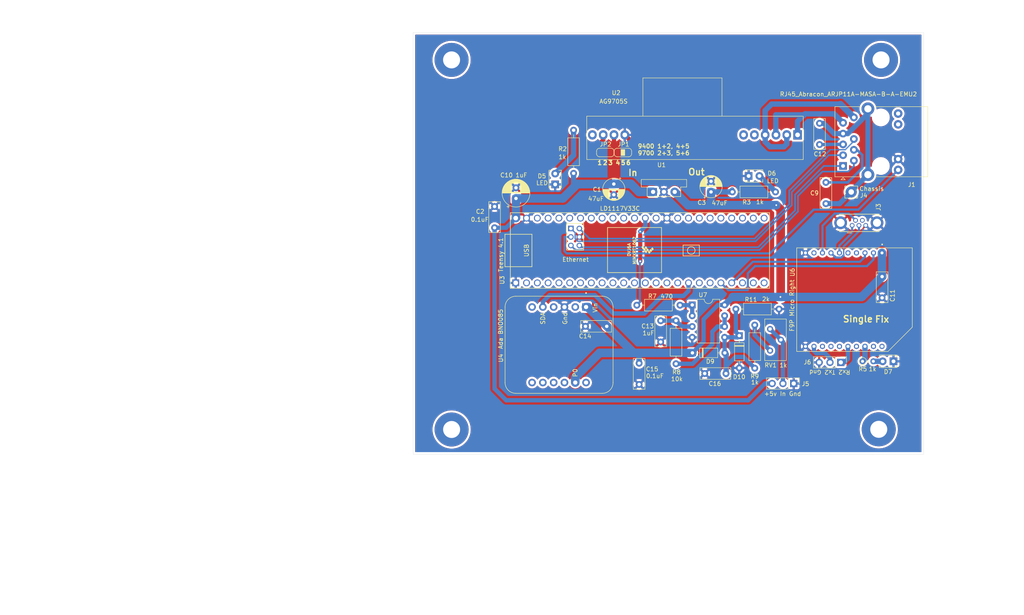
<source format=kicad_pcb>
(kicad_pcb (version 20211014) (generator pcbnew)
  (layers (0 "F.Cu" signal) (31 "B.Cu" signal) (37 "F.SilkS" user "F.Silkscreen") (44 "Edge.Cuts" user))
  (net 0 "")
  (net 1 "GND")
  (net 2 "+5V")
  (net 3 "Earth")
  (net 4 "Net-(J3-Pad1)")
  (net 5 "Net-(J3-Pad2)")
  (net 6 "Net-(J3-Pad3)")
  (net 25 "Net-(U3-Pad20)")
  (net 46 "Net-(U3-Pad21)")
  (net 54 "Net-(C9-Pad2)")
  (net 55 "+3.3V")
  (net 56 "Net-(D5-Pad2)")
  (net 57 "Net-(D6-Pad2)")
  (net 58 "Net-(C13-Pad1)")
  (net 59 "Net-(R5-Pad1)")
  (net 63 "Net-(U3-Pad17)")
  (net 65 "Net-(C16-Pad2)")
  (net 66 "/T+")
  (net 67 "/T-")
  (net 69 "/R+")
  (net 70 "/R-")
  (net 71 "/LED")
  (net 72 "Net-(D7-Pad2)")
  (net 73 "Net-(R8-Pad1)")
  (net 74 "Net-(R7-Pad1)")
  (net 75 "Net-(R9-Pad1)")
  (net 76 "Net-(J5-Pad2)")
  (net 77 "Net-(R7-Pad2)")
  (net 78 "Net-(J6-Pad1)")
  (net 79 "Net-(J6-Pad2)")
  (net 80 "WorkSw")
  (net 81 "SteerSw")
  (net 84 "Net-(C12-Pad2)")
  (net 85 "Net-(J1-Pad9)")
  (net 86 "Net-(J1-Pad10)")
  (net 95 "Net-(JP1-Pad1)")
  (net 97 "Net-(JP1-Pad3)")
  (net 98 "Net-(JP2-Pad3)")
  (footprint "Jumper:SolderJumper-3_P1.3mm_Open_RoundedPad1.0x1.5mm_NumberLabels" (layer "F.Cu") (at 149.7612 76.8386 180)
    (fp_text reference "JP1")
    (fp_text value "JP")
  )
  (footprint "" (layer "F.Cu") (at 210.4712 55.0386)
    (fp_text reference "")
    (fp_text value "")
  )
  (footprint "Capacitor_THT:C_Disc_D7.0mm_W2.5mm_P5.00mm" (layer "F.Cu") (at 158.643602 116.4336 -90)
    (fp_text reference "C13")
    (fp_text value "1uF")
  )
  (footprint "Resistor_THT:R_Axial_DIN0207_L6.3mm_D2.5mm_P10.16mm_Horizontal" (layer "F.Cu") (at 180.767002 117.4496 -90)
    (fp_text reference "R9")
    (fp_text value "1k")
  )
  (footprint "Capacitor_THT:C_Disc_D7.0mm_W2.5mm_P5.00mm" (layer "F.Cu") (at 197.505602 88.8708 90)
    (fp_text reference "C9")
    (fp_text value "0.1uF")
  )
  (footprint "AA_Foots:Teensy41_BGT" (layer "F.Cu") (at 153.759802 99.9026)
    (fp_text reference "U3")
    (fp_text value "Teensy 4.1")
  )
  (footprint "Converter_DCDC:Converter_DCDC_Murata_OKI-78SR_Vertical" (layer "F.Cu") (at 156.860602 86.105)
    (fp_text reference "U1")
    (fp_text value "LD1117V33C")
  )
  (footprint "Capacitor_THT:C_Disc_D7.0mm_W2.5mm_P5.00mm" (layer "F.Cu") (at 196.007002 69.9662 -90)
    (fp_text reference "C12")
    (fp_text value "0.1uF")
  )
  (footprint "Jumper:SolderJumper-3_P1.3mm_Open_RoundedPad1.0x1.5mm_NumberLabels" (layer "F.Cu") (at 145.6112 76.8386 180)
    (fp_text reference "JP2")
    (fp_text value "JP")
  )
  (footprint "Capacitor_THT:C_Disc_D7.0mm_W2.5mm_P5.00mm" (layer "F.Cu") (at 119.578402 94.5496 90)
    (fp_text reference "C2")
    (fp_text value "0.1uF")
  )
  (footprint "" (layer "F.Cu") (at 109.4712 142.0386)
    (fp_text reference "")
    (fp_text value "")
  )
  (footprint "LED_THT:LED_D2.0mm_W4.0mm_H2.8mm_FlatTop" (layer "F.Cu") (at 213.399002 125.9884 180)
    (fp_text reference "D7")
    (fp_text value "LED")
  )
  (footprint "Capacitor_THT:C_Disc_D7.0mm_W2.5mm_P5.00mm" (layer "F.Cu") (at 210.7212 106.0486 -90)
    (fp_text reference "C11")
    (fp_text value "0.1uF")
  )
  (footprint "Capacitor_THT:C_Disc_D7.0mm_W2.5mm_P5.00mm" (layer "F.Cu") (at 153.5712 126.4386 -90)
    (fp_text reference "C15")
    (fp_text value "0.1uF")
  )
  (footprint "Connector_PinHeader_2.54mm:PinHeader_1x03_P2.54mm_Vertical" (layer "F.Cu") (at 189.936402 131.2164 -90)
    (fp_text reference "J5")
    (fp_text value "+5v In Gnd")
  )
  (footprint "Resistor_THT:R_Axial_DIN0207_L6.3mm_D2.5mm_P10.16mm_Horizontal" (layer "F.Cu") (at 175.4912 86.1186)
    (fp_text reference "R3")
    (fp_text value "1k")
  )
  (footprint "LED_THT:LED_D2.0mm_W4.0mm_H2.8mm_FlatTop" (layer "F.Cu") (at 133.8312 84.3486 90)
    (fp_text reference "D5")
    (fp_text value "LED")
  )
  (footprint "Capacitor_THT:C_Disc_D7.0mm_W2.5mm_P5.00mm" (layer "F.Cu") (at 140.954402 117.7544)
    (fp_text reference "C14")
    (fp_text value "0.1uF")
  )
  (footprint "Potentiometer_THT:Potentiometer_Bourns_3296Y_Vertical" (layer "F.Cu") (at 184.373802 118.3894 90)
    (fp_text reference "RV1")
    (fp_text value "1k")
  )
  (footprint "Capacitor_THT:CP_Radial_D5.0mm_P2.50mm" (layer "F.Cu") (at 147.6212 84.263488 -90)
    (fp_text reference "C1")
    (fp_text value "47uF")
  )
  (footprint "AA_Foots:AG9700S" (layer "F.Cu") (at 154.6612 74.2886 180)
    (fp_text reference "U2")
    (fp_text value "AG9705S")
  )
  (footprint "Capacitor_THT:C_Disc_D7.0mm_W2.5mm_P5.00mm" (layer "F.Cu") (at 169.0012 128.8586)
    (fp_text reference "C16")
    (fp_text value "0.1uF")
  )
  (footprint "AA_Foots:BNO085_Adafruit_4754" (layer "F.Cu") (at 134.742202 122.0978 180)
    (fp_text reference "U4")
    (fp_text value "Ada BNO085")
  )
  (footprint "AA_Foots:MODULE_AS-RTK2B-MICRO-F9P-L1L2SMATH-00" (layer "F.Cu") (at 204.229602 111.4765 -90)
    (fp_text reference "U6")
    (fp_text value "F9P Micro Right")
  )
  (footprint "" (layer "F.Cu") (at 109.4612 55.0386)
    (fp_text reference "")
    (fp_text value "")
  )
  (footprint "Resistor_THT:R_Axial_DIN0207_L6.3mm_D2.5mm_P10.16mm_Horizontal" (layer "F.Cu") (at 163.190202 112.776 180)
    (fp_text reference "R7")
    (fp_text value "470")
  )
  (footprint "LED_THT:LED_D2.0mm_W4.0mm_H2.8mm_FlatTop" (layer "F.Cu") (at 179.3262 82.3586)
    (fp_text reference "D6")
    (fp_text value "LED")
  )
  (footprint "Resistor_THT:R_Axial_DIN0207_L6.3mm_D2.5mm_P10.16mm_Horizontal" (layer "F.Cu") (at 162.250402 126.5682 90)
    (fp_text reference "R8")
    (fp_text value "10k")
  )
  (footprint "Connector_Pin:Pin_D1.3mm_L11.3mm_W2.8mm_Flat" (layer "F.Cu") (at 203.4612 86.1286)
    (fp_text reference "J4")
    (fp_text value "Chassis")
  )
  (footprint "Diode_THT:D_DO-35_SOD27_P7.62mm_Horizontal" (layer "F.Cu") (at 177.134802 119.9388 -90)
    (fp_text reference "D10")
    (fp_text value "BAT42")
  )
  (footprint "Connector_RJ:RJ45_Abracon_ARJP11A-MA_Horizontal" (layer "F.Cu") (at 201.541202 80.01 90)
    (fp_text reference "J1")
    (fp_text value "RJ45_Abracon_ARJP11A-MASA-B-A-EMU2")
  )
  (footprint "Resistor_THT:R_Axial_DIN0207_L6.3mm_D2.5mm_P10.16mm_Horizontal" (layer "F.Cu") (at 138.1612 81.7386 90)
    (fp_text reference "R2")
    (fp_text value "1k")
  )
  (footprint "AA_Foots:USB_Mini_B_AdamTech_musb_b5_s_vt_02_TH" (layer "F.Cu") (at 205.271002 93.4002)
    (fp_text reference "J3")
    (fp_text value "B Micro USB")
  )
  (footprint "Connector_PinHeader_2.54mm:PinHeader_1x03_P2.54mm_Vertical" (layer "F.Cu") (at 201.003802 126.2424 -90)
    (fp_text reference "J6")
    (fp_text value "Rx2 Tx2 Gnd")
  )
  (footprint "Capacitor_THT:CP_Radial_D5.0mm_P2.50mm" (layer "F.Cu") (at 170.4812 86.113713 90)
    (fp_text reference "C3")
    (fp_text value "47uF")
  )
  (footprint "Package_DIP:DIP-8_W7.62mm" (layer "F.Cu") (at 166.060402 112.7252)
    (fp_text reference "U7")
    (fp_text value "MCP6002-xP")
  )
  (footprint "Resistor_THT:R_Axial_DIN0204_L3.6mm_D1.6mm_P2.54mm_Vertical" (layer "F.Cu") (at 206.123002 125.9884)
    (fp_text reference "R5")
    (fp_text value "1k")
  )
  (footprint "Resistor_THT:R_Axial_DIN0207_L6.3mm_D2.5mm_P10.16mm_Horizontal" (layer "F.Cu") (at 176.322002 113.6904)
    (fp_text reference "R11")
    (fp_text value "2k")
  )
  (footprint "Capacitor_THT:CP_Radial_D6.3mm_P2.50mm" (layer "F.Cu") (at 124.607602 87.64398 90)
    (fp_text reference "C10")
    (fp_text value "1uF")
  )
  (footprint "Diode_THT:D_DO-35_SOD27_P7.62mm_Horizontal" (layer "F.Cu") (at 166.111202 124.0028)
    (fp_text reference "D9")
    (fp_text value "BAT42")
  )
  (footprint "" (layer "F.Cu") (at 209.9312 141.9986)
    (fp_text reference "")
    (fp_text value "")
  )
  (gr_rect (start 220.4747 147.879) (end 100.4035 48.5902) (layer "Edge.Cuts") (width 0.05) (fill none))
  (gr_text "4" (at 148.5812 79.2586) (layer "F.SilkS") (effects (font (size 1 1) (thickness 0.25))))
  (gr_text "1" (at 144.3012 79.2586) (layer "F.SilkS") (effects (font (size 1 1) (thickness 0.25))))
  (gr_text "5" (at 149.8212 79.2586) (layer "F.SilkS") (effects (font (size 1 1) (thickness 0.25))))
  (gr_text "Single" (at 205.0312 116.0386) (layer "F.SilkS") (effects (font (size 1.5 1.5) (thickness 0.3))))
  (gr_text "2" (at 145.6012 79.2586) (layer "F.SilkS") (effects (font (size 1 1) (thickness 0.25))))
  (gr_text "9400 1+2, 4+5\n9700 2+3, 5+6" (at 159.3512 76.1686) (layer "F.SilkS") (effects (font (size 1 1) (thickness 0.2))))
  (gr_text "3" (at 146.8312 79.2586) (layer "F.SilkS") (effects (font (size 1 1) (thickness 0.25))))
  (gr_text "6" (at 151.0512 79.2586) (layer "F.SilkS") (effects (font (size 1 1) (thickness 0.25))))
  (gr_text "Out" (at 167.0612 81.4186) (layer "F.SilkS") (effects (font (size 1.5 1.5) (thickness 0.3))))
  (gr_text "Fix\n" (at 210.7112 116.0986) (layer "F.SilkS") (effects (font (size 1.5 1.5) (thickness 0.3))))
  (gr_text "In" (at 152.1012 81.6086) (layer "F.SilkS") (effects (font (size 1.5 1.5) (thickness 0.3))))
  (segment (start 145.6112 82.253488) (end 147.6212 84.263488) (width 1.016) (layer "F.Cu") (net 2))
  (segment (start 145.6112 82.2986) (end 145.6712 82.3586) (width 1.016) (layer "F.Cu") (net 2))
  (segment (start 145.6112 76.8386) (end 145.6112 82.2986) (width 1.016) (layer "F.Cu") (net 2))
  (segment (start 153.5276 86.105) (end 151.646088 84.223488) (width 2.032) (layer "B.Cu") (net 2))
  (segment (start 151.646088 84.223488) (end 147.6612 84.223488) (width 2.032) (layer "B.Cu") (net 2))
  (segment (start 138.1612 81.7386) (end 138.1612 85.1186) (width 1.27) (layer "B.Cu") (net 2))
  (segment (start 138.164601 85.122001) (end 135.642622 87.64398) (width 2.032) (layer "B.Cu") (net 2))
  (segment (start 147.6212 84.263488) (end 139.023114 84.263488) (width 2.032) (layer "B.Cu") (net 2))
  (segment (start 119.578402 94.5496) (end 119.578402 132.4356) (width 1.016) (layer "B.Cu") (net 2))
  (segment (start 119.578402 94.5496) (end 122.282802 94.5496) (width 1.016) (layer "B.Cu") (net 2))
  (segment (start 124.607602 92.2248) (end 124.549802 92.2826) (width 2) (layer "B.Cu") (net 2))
  (segment (start 179.243002 135.1534) (end 183.180002 131.2164) (width 1.016) (layer "B.Cu") (net 2))
  (segment (start 147.6612 84.223488) (end 147.6212 84.263488) (width 2.032) (layer "B.Cu") (net 2))
  (segment (start 122.296202 135.1534) (end 179.243002 135.1534) (width 1.016) (layer "B.Cu") (net 2))
  (segment (start 183.180002 131.2164) (end 184.856402 131.2164) (width 1.016) (layer "B.Cu") (net 2))
  (segment (start 122.282802 94.5496) (end 124.549802 92.2826) (width 1.016) (layer "B.Cu") (net 2))
  (segment (start 135.642622 87.64398) (end 124.607602 87.64398) (width 2) (layer "B.Cu") (net 2))
  (segment (start 139.023114 84.263488) (end 138.164601 85.122001) (width 2.032) (layer "B.Cu") (net 2))
  (segment (start 138.1612 85.1186) (end 138.164601 85.122001) (width 1.27) (layer "B.Cu") (net 2))
  (segment (start 119.578402 132.4356) (end 122.296202 135.1534) (width 1.016) (layer "B.Cu") (net 2))
  (segment (start 124.607602 87.64398) (end 124.607602 92.2248) (width 2) (layer "B.Cu") (net 2))
  (segment (start 156.860602 86.105) (end 153.5276 86.105) (width 2.032) (layer "B.Cu") (net 2))
  (segment (start 199.410602 72.39) (end 201.541202 72.39) (width 1.2) (layer "B.Cu") (net 3))
  (segment (start 207.381202 67.624598) (end 207.381202 66.55) (width 1.2) (layer "B.Cu") (net 3))
  (segment (start 205.781202 69.224598) (end 207.381202 67.624598) (width 1.2) (layer "B.Cu") (net 3))
  (segment (start 202.675366 72.39) (end 205.781202 69.284164) (width 1.2) (layer "B.Cu") (net 3))
  (segment (start 197.505602 88.8708) (end 200.719 88.8708) (width 1.2) (layer "B.Cu") (net 3))
  (segment (start 201.541202 72.39) (end 202.675366 72.39) (width 1.2) (layer "B.Cu") (net 3))
  (segment (start 205.781202 69.284164) (end 205.781202 69.224598) (width 1.2) (layer "B.Cu") (net 3))
  (segment (start 207.381202 66.55) (end 207.381202 82.05) (width 1.2) (layer "B.Cu") (net 3))
  (segment (start 196.007002 69.9662) (end 196.986802 69.9662) (width 1.2) (layer "B.Cu") (net 3))
  (segment (start 207.381202 82.05) (end 203.4612 85.970002) (width 1.2) (layer "B.Cu") (net 3))
  (segment (start 196.986802 69.9662) (end 199.410602 72.39) (width 1.2) (layer "B.Cu") (net 3))
  (segment (start 200.719 88.8708) (end 203.4612 86.1286) (width 1.2) (layer "B.Cu") (net 3))
  (segment (start 200.693802 98.714) (end 203.671002 95.7368) (width 0.5) (layer "B.Cu") (net 4))
  (segment (start 203.671002 95.7368) (end 203.671002 94.0002) (width 0.5) (layer "B.Cu") (net 4))
  (segment (start 200.693802 100.4726) (end 200.693802 98.714) (width 0.5) (layer "B.Cu") (net 4))
  (segment (start 196.693802 94.065998) (end 196.693802 100.4726) (width 0.5) (layer "B.Cu") (net 5))
  (segment (start 199.5412 91.2186) (end 196.693802 94.065998) (width 0.5) (layer "B.Cu") (net 5))
  (segment (start 204.471002 92.8002) (end 202.889402 91.2186) (width 0.5) (layer "B.Cu") (net 5))
  (segment (start 202.889402 91.2186) (end 199.5412 91.2186) (width 0.5) (layer "B.Cu") (net 5))
  (segment (start 201.647802 101.051998) (end 201.1412 101.5586) (width 0.5) (layer "B.Cu") (net 6))
  (segment (start 201.6912 98.999901) (end 201.6912 101.017299) (width 0.3) (layer "B.Cu") (net 6))
  (segment (start 199.779802 101.5586) (end 198.693802 100.4726) (width 0.5) (layer "B.Cu") (net 6))
  (segment (start 205.271002 95.3814) (end 201.6912 98.961202) (width 0.5) (layer "B.Cu") (net 6))
  (segment (start 200.956962 101.5586) (end 199.779802 101.5586) (width 0.5) (layer "B.Cu") (net 6))
  (segment (start 201.647802 101.021998) (end 201.647802 101.051998) (width 0.5) (layer "B.Cu") (net 6))
  (segment (start 205.271002 94.0002) (end 205.271002 95.3814) (width 0.5) (layer "B.Cu") (net 6))
  (segment (start 207.157602 103.5812) (end 180.843202 103.5812) (width 0.5) (layer "B.Cu") (net 25))
  (segment (start 174.532602 109.2454) (end 172.809802 107.5226) (width 0.5) (layer "B.Cu") (net 25))
  (segment (start 179.141402 105.283) (end 179.141402 109.2454) (width 0.5) (layer "B.Cu") (net 25))
  (segment (start 208.693802 100.4726) (end 208.693802 102.045) (width 0.5) (layer "B.Cu") (net 25))
  (segment (start 179.141402 109.2454) (end 174.532602 109.2454) (width 0.5) (layer "B.Cu") (net 25))
  (segment (start 208.693802 102.045) (end 207.157602 103.5812) (width 0.5) (layer "B.Cu") (net 25))
  (segment (start 180.843202 103.5812) (end 179.141402 105.283) (width 0.5) (layer "B.Cu") (net 25))
  (segment (start 180.307202 102.5652) (end 175.349802 107.5226) (width 0.5) (layer "B.Cu") (net 46))
  (segment (start 205.506602 102.5652) (end 180.307202 102.5652) (width 0.5) (layer "B.Cu") (net 46))
  (segment (start 206.693802 101.378) (end 205.506602 102.5652) (width 0.5) (layer "B.Cu") (net 46))
  (segment (start 206.693802 100.4726) (end 206.693802 101.378) (width 0.5) (layer "B.Cu") (net 46))
  (segment (start 204.820802 76.2) (end 204.081202 76.2) (width 0.6) (layer "B.Cu") (net 54))
  (segment (start 206.040002 80.4926) (end 206.040002 77.4192) (width 0.6) (layer "B.Cu") (net 54))
  (segment (start 206.040002 77.4192) (end 204.820802 76.2) (width 0.6) (layer "B.Cu") (net 54))
  (segment (start 202.661802 83.8708) (end 206.040002 80.4926) (width 0.6) (layer "B.Cu") (net 54))
  (segment (start 197.505602 83.8708) (end 202.661802 83.8708) (width 0.6) (layer "B.Cu") (net 54))
  (segment (start 186.8612 90.2686) (end 186.8612 110.778602) (width 2.032) (layer "F.Cu") (net 55))
  (segment (start 185.8312 89.2386) (end 186.8612 90.2686) (width 2.032) (layer "F.Cu") (net 55))
  (via (at 185.8312 89.2386) (size 0.8) (drill 0.4) (layers "F.Cu" "B.Cu") (net 55))
  (via (at 186.8006 110.8392) (size 0.8) (drill 0.4) (layers "F.Cu" "B.Cu") (net 55))
  (segment (start 170.4812 86.113713) (end 175.486313 86.113713) (width 1.27) (layer "B.Cu") (net 55))
  (segment (start 210.693802 106.021202) (end 210.7212 106.0486) (width 2.032) (layer "B.Cu") (net 55))
  (segment (start 175.486313 86.113713) (end 175.4912 86.1186) (width 1.27) (layer "B.Cu") (net 55))
  (segment (start 152.279002 124.0028) (end 141.484001 113.207799) (width 2.032) (layer "B.Cu") (net 55))
  (segment (start 172.105602 112.7252) (end 168.727402 116.1034) (width 1.016) (layer "B.Cu") (net 55))
  (segment (start 210.7212 106.0486) (end 205.9612 110.8086) (width 2.032) (layer "B.Cu") (net 55))
  (segment (start 161.9406 86.105) (end 165.0742 89.2386) (width 2.032) (layer "B.Cu") (net 55))
  (segment (start 144.279967 124.0028) (end 152.279002 124.0028) (width 2.032) (layer "B.Cu") (net 55))
  (segment (start 170.4812 88.9086) (end 170.4712 88.9186) (width 2) (layer "B.Cu") (net 55))
  (segment (start 200.623402 110.8392) (end 186.8006 110.8392) (width 2) (layer "B.Cu") (net 55))
  (segment (start 170.4812 86.113713) (end 170.4812 88.9086) (width 2) (layer "B.Cu") (net 55))
  (segment (start 205.6812 110.8086) (end 205.6612 110.8286) (width 2) (layer "B.Cu") (net 55))
  (segment (start 174.876087 86.113713) (end 175.4712 85.5186) (width 1) (layer "B.Cu") (net 55))
  (segment (start 205.9612 110.8086) (end 205.6812 110.8086) (width 2.032) (layer "B.Cu") (net 55))
  (segment (start 186.8006 110.8392) (end 175.566402 110.8392) (width 2) (layer "B.Cu") (net 55))
  (segment (start 166.111202 124.0028) (end 153.4054 124.0028) (width 2) (layer "B.Cu") (net 55))
  (segment (start 205.6612 110.8286) (end 200.525802 110.8286) (width 2) (layer "B.Cu") (net 55))
  (segment (start 175.566402 110.8392) (end 173.680402 112.7252) (width 1.5) (layer "B.Cu") (net 55))
  (segment (start 168.727402 116.1034) (end 168.727402 121.3866) (width 1.016) (layer "B.Cu") (net 55))
  (segment (start 168.727402 121.3866) (end 166.111202 124.0028) (width 1.016) (layer "B.Cu") (net 55))
  (segment (start 153.4054 124.0028) (end 152.344402 124.0028) (width 2) (layer "B.Cu") (net 55))
  (segment (start 141.092202 113.2078) (end 141.484002 113.2078) (width 1.016) (layer "B.Cu") (net 55))
  (segment (start 141.484002 113.2078) (end 141.092201 113.207799) (width 2) (layer "B.Cu") (net 55))
  (segment (start 138.552202 130.9878) (end 138.552202 129.730565) (width 2.032) (layer "B.Cu") (net 55))
  (segment (start 141.484001 113.207799) (end 141.092201 113.207799) (width 2.032) (layer "B.Cu") (net 55))
  (segment (start 153.5712 124.1686) (end 153.4054 124.0028) (width 1.27) (layer "B.Cu") (net 55))
  (segment (start 165.0742 89.2386) (end 185.8312 89.2386) (width 2.032) (layer "B.Cu") (net 55))
  (segment (start 138.552202 129.730565) (end 144.279967 124.0028) (width 2.032) (layer "B.Cu") (net 55))
  (segment (start 173.680402 112.7252) (end 172.105602 112.7252) (width 1.016) (layer "B.Cu") (net 55))
  (segment (start 152.344402 124.0028) (end 152.279002 124.0028) (width 2.032) (layer "B.Cu") (net 55))
  (segment (start 210.693802 100.4726) (end 210.693802 106.021202) (width 2.032) (layer "B.Cu") (net 55))
  (segment (start 153.5712 126.4386) (end 153.5712 124.1686) (width 1.27) (layer "B.Cu") (net 55))
  (segment (start 138.1612 71.5786) (end 138.1612 77.4786) (width 1.27) (layer "B.Cu") (net 56))
  (segment (start 138.1612 77.4786) (end 133.8312 81.8086) (width 1.27) (layer "B.Cu") (net 56))
  (segment (start 181.8662 82.3586) (end 181.8912 82.3586) (width 1.27) (layer "B.Cu") (net 57))
  (segment (start 181.8912 82.3586) (end 185.6512 86.1186) (width 1.27) (layer "B.Cu") (net 57))
  (segment (start 166.060402 117.8052) (end 163.647402 117.8052) (width 1.016) (layer "B.Cu") (net 58))
  (segment (start 163.647402 117.8052) (end 162.250402 116.4082) (width 1.016) (layer "B.Cu") (net 58))
  (segment (start 162.250402 116.4082) (end 158.669002 116.4082) (width 1.016) (layer "B.Cu") (net 58))
  (segment (start 206.693802 125.4176) (end 206.123002 125.9884) (width 1.27) (layer "B.Cu") (net 59))
  (segment (start 206.693802 122.4799) (end 206.693802 125.4176) (width 1.27) (layer "B.Cu") (net 59))
  (segment (start 132.507002 110.4138) (end 130.932202 111.9886) (width 1.016) (layer "B.Cu") (net 63))
  (segment (start 147.493002 114.7318) (end 143.175002 110.4138) (width 1.016) (layer "B.Cu") (net 63))
  (segment (start 154.808202 114.7318) (end 147.493002 114.7318) (width 1.016) (layer "B.Cu") (net 63))
  (segment (start 130.932202 111.9886) (end 130.932202 113.2078) (width 1.016) (layer "B.Cu") (net 63))
  (segment (start 165.189802 109.4048) (end 164.003002 110.5916) (width 1.016) (layer "B.Cu") (net 63))
  (segment (start 158.948402 110.5916) (end 154.808202 114.7318) (width 1.016) (layer "B.Cu") (net 63))
  (segment (start 165.189802 107.5226) (end 165.189802 109.4048) (width 1.016) (layer "B.Cu") (net 63))
  (segment (start 164.003002 110.5916) (end 158.948402 110.5916) (width 1.016) (layer "B.Cu") (net 63))
  (segment (start 143.175002 110.4138) (end 132.507002 110.4138) (width 1.016) (layer "B.Cu") (net 63))
  (segment (start 173.680402 120.3452) (end 173.680402 123.7488) (width 1) (layer "B.Cu") (net 65))
  (segment (start 176.322002 113.6904) (end 176.322002 119.126) (width 1.016) (layer "B.Cu") (net 65))
  (segment (start 176.231202 124.968) (end 173.996002 127.2032) (width 1.016) (layer "B.Cu") (net 65))
  (segment (start 176.322002 119.126) (end 177.134802 119.9388) (width 1.016) (layer "B.Cu") (net 65))
  (segment (start 176.728402 120.3452) (end 177.134802 119.9388) (width 1.016) (layer "B.Cu") (net 65))
  (segment (start 173.680402 120.3452) (end 176.728402 120.3452) (width 1.016) (layer "B.Cu") (net 65))
  (segment (start 180.767002 127.6096) (end 178.125402 124.968) (width 1.016) (layer "B.Cu") (net 65))
  (segment (start 174.0412 124.312798) (end 173.731202 124.0028) (width 1.27) (layer "B.Cu") (net 65))
  (segment (start 178.125402 124.968) (end 176.231202 124.968) (width 1.016) (layer "B.Cu") (net 65))
  (segment (start 173.934402 124.0028) (end 173.934402 127.1924) (width 1) (layer "B.Cu") (net 65))
  (segment (start 174.0412 129.1086) (end 174.0412 124.312798) (width 1.27) (layer "B.Cu") (net 65))
  (segment (start 181.5912 99.1286) (end 190.2512 90.4686) (width 0.4) (layer "B.Cu") (net 66))
  (segment (start 190.2512 90.4686) (end 190.2512 86.7612) (width 0.4) (layer "B.Cu") (net 66))
  (segment (start 190.2512 86.7612) (end 197.0024 80.01) (width 0.4) (layer "B.Cu") (net 66))
  (segment (start 139.519802 98.721) (end 139.927402 99.1286) (width 0.4) (layer "B.Cu") (net 66))
  (segment (start 197.0024 80.01) (end 201.541202 80.01) (width 0.4) (layer "B.Cu") (net 66))
  (segment (start 139.927402 99.1286) (end 181.5912 99.1286) (width 0.4) (layer "B.Cu") (net 66))
  (segment (start 202.763194 81.3308) (end 204.081202 80.012792) (width 0.4) (layer "B.Cu") (net 67))
  (segment (start 190.9312 90.7286) (end 190.9312 87.0686) (width 0.4) (layer "B.Cu") (net 67))
  (segment (start 137.519802 98.721) (end 138.569802 99.771) (width 0.4) (layer "B.Cu") (net 67))
  (segment (start 138.569802 99.771) (end 181.8888 99.771) (width 0.4) (layer "B.Cu") (net 67))
  (segment (start 204.081202 80.012792) (end 204.081202 78.74) (width 0.4) (layer "B.Cu") (net 67))
  (segment (start 181.8888 99.771) (end 190.9312 90.7286) (width 0.4) (layer "B.Cu") (net 67))
  (segment (start 196.669 81.3308) (end 202.763194 81.3308) (width 0.4) (layer "B.Cu") (net 67))
  (segment (start 190.9312 87.0686) (end 196.669 81.3308) (width 0.4) (layer "B.Cu") (net 67))
  (segment (start 198.1598 77.47) (end 201.541202 77.47) (width 0.4) (layer "B.Cu") (net 69))
  (segment (start 141.823102 97.730701) (end 141.835203 97.7186) (width 0.4) (layer "B.Cu") (net 69))
  (segment (start 139.105588 97.721) (end 141.8134 97.721) (width 0.3) (layer "B.Cu") (net 69))
  (segment (start 138.519802 97.135214) (end 139.105588 97.721) (width 0.3) (layer "B.Cu") (net 69))
  (segment (start 138.519802 95.721) (end 138.519802 97.135214) (width 0.3) (layer "B.Cu") (net 69))
  (segment (start 137.519802 94.721) (end 138.519802 95.721) (width 0.3) (layer "B.Cu") (net 69))
  (segment (start 180.990802 97.7186) (end 189.470701 89.238701) (width 0.4) (layer "B.Cu") (net 69))
  (segment (start 189.470701 86.159099) (end 198.1598 77.47) (width 0.4) (layer "B.Cu") (net 69))
  (segment (start 141.8134 97.721) (end 141.823102 97.730701) (width 0.3) (layer "B.Cu") (net 69))
  (segment (start 189.470701 89.238701) (end 189.470701 86.159099) (width 0.4) (layer "B.Cu") (net 69))
  (segment (start 141.835203 97.7186) (end 180.990802 97.7186) (width 0.4) (layer "B.Cu") (net 69))
  (segment (start 204.081202 74.157767) (end 202.058969 76.18) (width 0.3) (layer "B.Cu") (net 70))
  (segment (start 141.917902 97.1191) (end 139.519802 94.721) (width 0.4) (layer "B.Cu") (net 70))
  (segment (start 188.8712 85.829801) (end 188.8712 88.99038) (width 0.4) (layer "B.Cu") (net 70))
  (segment (start 188.8712 88.99038) (end 180.742481 97.119099) (width 0.4) (layer "B.Cu") (net 70))
  (segment (start 198.521001 76.18) (end 188.8712 85.829801) (width 0.4) (layer "B.Cu") (net 70))
  (segment (start 202.058969 76.18) (end 198.521001 76.18) (width 0.3) (layer "B.Cu") (net 70))
  (segment (start 180.742481 97.119099) (end 141.917902 97.1191) (width 0.4) (layer "B.Cu") (net 70))
  (segment (start 136.012202 96.721) (end 136.012202 100.076) (width 0.5) (layer "B.Cu") (net 71))
  (segment (start 194.6212 90.2786) (end 205.142602 90.2786) (width 0.5) (layer "B.Cu") (net 71))
  (segment (start 205.142602 90.2786) (end 214.491202 80.93) (width 0.5) (layer "B.Cu") (net 71))
  (segment (start 184.3158 100.584) (end 194.6212 90.2786) (width 0.5) (layer "B.Cu") (net 71))
  (segment (start 136.012202 100.076) (end 136.520202 100.584) (width 0.5) (layer "B.Cu") (net 71))
  (segment (start 136.520202 100.584) (end 184.3158 100.584) (width 0.5) (layer "B.Cu") (net 71))
  (segment (start 137.519802 96.721) (end 136.012202 96.721) (width 0.5) (layer "B.Cu") (net 71))
  (segment (start 208.663002 125.9884) (end 210.960602 125.9884) (width 1.27) (layer "B.Cu") (net 72))
  (segment (start 170.810202 121.92) (end 166.162002 126.5682) (width 1.016) (layer "B.Cu") (net 73))
  (segment (start 173.680402 117.8052) (end 172.004002 117.8052) (width 1.016) (layer "B.Cu") (net 73))
  (segment (start 170.810202 118.999) (end 170.810202 121.92) (width 1.016) (layer "B.Cu") (net 73))
  (segment (start 172.004002 117.8052) (end 170.810202 118.999) (width 1.016) (layer "B.Cu") (net 73))
  (segment (start 173.680402 115.2652) (end 173.680402 117.8052) (width 1.016) (layer "B.Cu") (net 73))
  (segment (start 166.162002 126.5682) (end 162.250402 126.5682) (width 1.016) (layer "B.Cu") (net 73))
  (segment (start 166.060402 115.2652) (end 166.060402 112.7252) (width 1) (layer "B.Cu") (net 74))
  (segment (start 163.190202 112.776) (end 166.009602 112.776) (width 1.016) (layer "B.Cu") (net 74))
  (segment (start 180.767002 117.4496) (end 180.767002 119.8626) (width 1.016) (layer "B.Cu") (net 75))
  (segment (start 180.767002 119.8626) (end 184.373802 123.4694) (width 1.016) (layer "B.Cu") (net 75))
  (segment (start 186.913802 120.9294) (end 184.373802 118.3894) (width 1.016) (layer "B.Cu") (net 76))
  (segment (start 187.396402 131.2164) (end 187.396402 121.412) (width 1.016) (layer "B.Cu") (net 76))
  (segment (start 187.396402 121.412) (end 186.913802 120.9294) (width 1.016) (layer "B.Cu") (net 76))
  (segment (start 153.830201 102.450799) (end 153.8302 96.202602) (width 1) (layer "F.Cu") (net 77))
  (via (at 153.830201 102.450799) (size 0.8) (drill 0.4) (layers "F.Cu" "B.Cu") (net 77))
  (via (at 153.8412 95.4386) (size 0.8) (drill 0.4) (layers "F.Cu" "B.Cu") (net 77))
  (segment (start 155.029802 92.2826) (end 155.029802 94.249998) (width 1) (layer "B.Cu") (net 77))
  (segment (start 155.029802 94.249998) (end 153.8302 95.4496) (width 1) (layer "B.Cu") (net 77))
  (segment (start 153.030202 112.776) (end 153.741402 112.0648) (width 0.5) (layer "B.Cu") (net 77))
  (segment (start 153.741402 102.539598) (end 153.830201 102.450799) (width 0.5) (layer "B.Cu") (net 77))
  (segment (start 153.741402 112.0648) (end 153.741402 102.539598) (width 0.5) (layer "B.Cu") (net 77))
  (segment (start 201.867402 126.2424) (end 202.693802 125.416) (width 1.016) (layer "B.Cu") (net 78))
  (segment (start 202.693802 125.416) (end 202.693802 122.4799) (width 1.016) (layer "B.Cu") (net 78))
  (segment (start 201.003802 126.2424) (end 201.867402 126.2424) (width 1.016) (layer "B.Cu") (net 78))
  (segment (start 195.263402 124.1088) (end 194.693802 123.5392) (width 1.016) (layer "B.Cu") (net 79))
  (segment (start 198.463802 126.2424) (end 198.463802 125.2264) (width 1.016) (layer "B.Cu") (net 79))
  (segment (start 197.346202 124.1088) (end 195.263402 124.1088) (width 1.016) (layer "B.Cu") (net 79))
  (segment (start 198.463802 125.2264) (end 197.346202 124.1088) (width 1.016) (layer "B.Cu") (net 79))
  (segment (start 194.693802 123.5392) (end 194.693802 122.4799) (width 1.016) (layer "B.Cu") (net 79))
  (segment (start 196.017802 74.9554) (end 197.912002 74.9554) (width 0.8) (layer "B.Cu") (net 84))
  (segment (start 197.937402 74.93) (end 201.541202 74.93) (width 0.8) (layer "B.Cu") (net 84))
  (segment (start 197.912002 74.9554) (end 197.937402 74.93) (width 0.8) (layer "B.Cu") (net 84))
  (segment (start 185.7262 67.9836) (end 192.0262 67.9836) (width 1.27) (layer "B.Cu") (net 85))
  (segment (start 190.8612 69.4986) (end 192.2012 68.1586) (width 1.27) (layer "B.Cu") (net 85))
  (segment (start 185.7262 72.6536) (end 185.7262 67.9836) (width 1.27) (layer "B.Cu") (net 85))
  (segment (start 192.2012 68.1586) (end 192.618 67.7418) (width 1.27) (layer "B.Cu") (net 85))
  (segment (start 190.8412 69.4836) (end 190.8412 72.6886) (width 1.27) (layer "B.Cu") (net 85))
  (segment (start 192.618 67.7418) (end 199.433002 67.7418) (width 1.27) (layer "B.Cu") (net 85))
  (segment (start 199.433002 67.7418) (end 201.541203 69.850001) (width 1.27) (layer "B.Cu") (net 85))
  (segment (start 192.0262 67.9836) (end 192.2012 68.1586) (width 1.27) (layer "B.Cu") (net 85))
  (segment (start 183.2212 66.9586) (end 183.2212 72.6886) (width 1.27) (layer "B.Cu") (net 86))
  (segment (start 187.6412 75.4886) (end 188.3012 74.8286) (width 1.27) (layer "B.Cu") (net 86))
  (segment (start 184.7494 65.4304) (end 183.2212 66.9586) (width 1.27) (layer "B.Cu") (net 86))
  (segment (start 183.2212 74.3486) (end 184.3612 75.4886) (width 1.27) (layer "B.Cu") (net 86))
  (segment (start 200.931602 65.4304) (end 184.7494 65.4304) (width 1.27) (layer "B.Cu") (net 86))
  (segment (start 188.3012 74.8286) (end 188.3012 72.6886) (width 1.27) (layer "B.Cu") (net 86))
  (segment (start 184.3612 75.4886) (end 187.6412 75.4886) (width 1.27) (layer "B.Cu") (net 86))
  (segment (start 183.2212 72.6886) (end 183.2212 74.3486) (width 1.27) (layer "B.Cu") (net 86))
  (segment (start 204.081202 68.58) (end 200.931602 65.4304) (width 1.5) (layer "B.Cu") (net 86))
  (segment (start 151.2912 76.6086) (end 151.0612 76.8386) (width 1.016) (layer "F.Cu") (net 95))
  (segment (start 150.2012 72.6886) (end 151.2912 73.7786) (width 1.016) (layer "F.Cu") (net 95))
  (segment (start 151.2912 73.7786) (end 151.2912 76.6086) (width 1.016) (layer "F.Cu") (net 95))
  (segment (start 147.8612 76.8386) (end 146.9112 76.8386) (width 1.016) (layer "F.Cu") (net 97))
  (segment (start 147.6612 76.6386) (end 147.8612 76.8386) (width 1.016) (layer "F.Cu") (net 97))
  (segment (start 148.4612 76.8386) (end 147.8612 76.8386) (width 1.016) (layer "F.Cu") (net 97))
  (segment (start 147.6612 72.6886) (end 147.6612 76.6386) (width 1.016) (layer "F.Cu") (net 97))
  (segment (start 145.1212 72.6886) (end 145.1212 73.9086) (width 1.016) (layer "F.Cu") (net 98))
  (segment (start 145.1212 73.9086) (end 144.3112 74.7186) (width 1.016) (layer "F.Cu") (net 98))
  (segment (start 144.3112 74.7186) (end 144.3112 76.8386) (width 1.016) (layer "F.Cu") (net 98))
  (zone (net 1) (net_name "GND") (layer "F.Cu") (connect_pads (clearance 0.508)) (min_thickness 0.254) (fill yes (thermal_gap 0.508) (thermal_bridge_width 0.508))
    (polygon (pts (xy 244.079472 155.224469) (xy 95.858197 155.306181) (xy 95.501899 41.251013) (xy 244.104174 40.940701)))
  )
  (zone (net 1) (net_name "GND") (layer "B.Cu") (connect_pads (clearance 0.508)) (min_thickness 0.254) (fill yes (thermal_gap 0.508) (thermal_bridge_width 0.508))
    (polygon (pts (xy 236.707104 49.757216) (xy 236.834744 149.716545) (xy 89.480439 149.72302) (xy 89.213958 44.742862) (xy 236.130679 44.564713)))
  )
)
</source>
